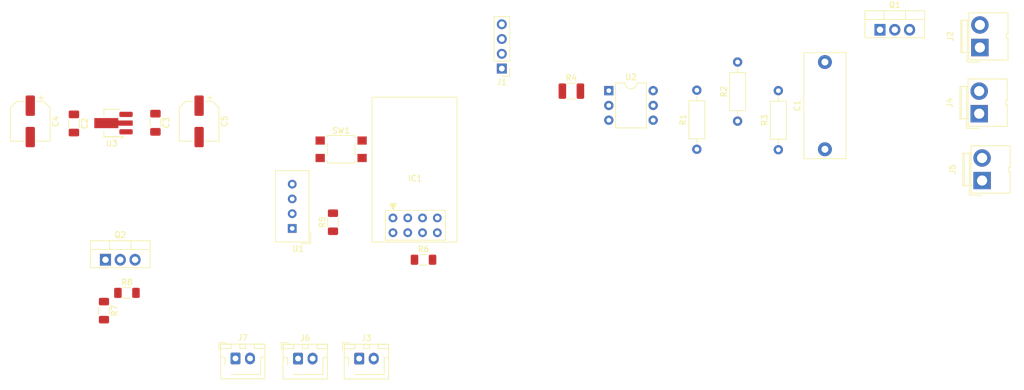
<source format=kicad_pcb>
(kicad_pcb (version 20240108) (generator "pcbnew") (generator_version "8.0")
  (layers (0 "F.Cu" signal) (31 "B.Cu" signal) (34 "B.Paste" user) (35 "F.Paste" user) (36 "B.SilkS" user "B.Silkscreen") (37 "F.SilkS" user "F.Silkscreen") (38 "B.Mask" user) (39 "F.Mask" user) (44 "Edge.Cuts" user))
  (net 0 "")
  (net 1 "Net-(Q1-G)")
  (net 2 "IO2")
  (net 4 "GND")
  (net 5 "+3.3V")
  (net 6 "Net-(IC1-EN)")
  (net 7 "IO0")
  (net 9 "Net-(R1-Pad2)")
  (net 10 "Net-(R4-Pad2)")
  (net 13 "Net-(C1-Pad1)")
  (net 14 "+12V")
  (net 15 "RX")
  (net 16 "tx")
  (net 17 "Net-(Q2-G)")
  (net 18 "coller")
  (net 19 "L")
  (net 20 "L1")
  (net 21 "N")
  (footprint "Package_DIP:DIP-6_W7.62mm" (layer "F.Cu") (at 245.88 94.42)
    (property "Reference" "U2" (at 3.81 -2.33 0) (layer "F.SilkS"))
    (property "Value" "MOC3063M")
    (fp_line (start 1.16 -1.33) (end 1.16 6.41) (stroke (width 0.12)) (layer "F.SilkS"))
    (fp_line (start 1.16 6.41) (end 6.46 6.41) (stroke (width 0.12)) (layer "F.SilkS"))
    (fp_line (start 2.81 -1.33) (end 1.16 -1.33) (stroke (width 0.12)) (layer "F.SilkS"))
    (fp_line (start 6.46 -1.33) (end 4.81 -1.33) (stroke (width 0.12)) (layer "F.SilkS"))
    (fp_line (start 6.46 6.41) (end 6.46 -1.33) (stroke (width 0.12)) (layer "F.SilkS"))
    (fp_arc (start 4.81 -1.33) (mid 3.81 -0.33) (end 2.81 -1.33) (stroke (width 0.12)) (layer "F.SilkS"))
    (pad "1" thru_hole rect (at 0 0) (size 1.6 1.6) (drill 0.8) (layers "*.Cu" "*.Mask") (net 10 "Net-(R4-Pad2)"))
    (pad "2" thru_hole oval (at 0 2.54) (size 1.6 1.6) (drill 0.8) (layers "*.Cu" "*.Mask") (net 7 "IO0"))
    (pad "3" thru_hole oval (at 0 5.08) (size 1.6 1.6) (drill 0.8) (layers "*.Cu" "*.Mask"))
    (pad "4" thru_hole oval (at 7.62 5.08) (size 1.6 1.6) (drill 0.8) (layers "*.Cu" "*.Mask") (net 1 "Net-(Q1-G)"))
    (pad "5" thru_hole oval (at 7.62 2.54) (size 1.6 1.6) (drill 0.8) (layers "*.Cu" "*.Mask"))
    (pad "6" thru_hole oval (at 7.62 0) (size 1.6 1.6) (drill 0.8) (layers "*.Cu" "*.Mask") (net 9 "Net-(R1-Pad2)"))
  )
  (footprint "Sensor:Aosong_DHT11_5.5x12.0_P2.54mm" (layer "F.Cu") (at 191.5 118.12 180)
    (property "Reference" "U1" (at -1 -3.5 0) (layer "F.SilkS"))
    (property "Value" "DHT11")
    (fp_line (start 2.88 9.94) (end -2.88 9.94) (stroke (width 0.12)) (layer "F.SilkS"))
    (fp_line (start 2.88 -2.32) (end 2.88 9.94) (stroke (width 0.12)) (layer "F.SilkS"))
    (fp_line (start -2.87 -2.32) (end 2.87 -2.32) (stroke (width 0.12)) (layer "F.SilkS"))
    (fp_line (start -2.88 9.94) (end -2.88 -2.31) (stroke (width 0.12)) (layer "F.SilkS"))
    (fp_line (start -3.16 -2.6) (end -1.55 -2.6) (stroke (width 0.12)) (layer "F.SilkS"))
    (fp_line (start -3.16 -2.6) (end -3.16 -0.6) (stroke (width 0.12)) (layer "F.SilkS"))
    (pad "1" thru_hole rect (at 0 0 180) (size 1.5 1.5) (drill 0.8) (layers "*.Cu" "*.Mask") (net 5 "+3.3V"))
    (pad "2" thru_hole circle (at 0 2.54 180) (size 1.5 1.5) (drill 0.8) (layers "*.Cu" "*.Mask") (net 2 "IO2"))
    (pad "3" thru_hole circle (at 0 5.08 180) (size 1.5 1.5) (drill 0.8) (layers "*.Cu" "*.Mask"))
    (pad "4" thru_hole circle (at 0 7.62 180) (size 1.5 1.5) (drill 0.8) (layers "*.Cu" "*.Mask") (net 4 "GND"))
  )
  (footprint "Capacitor_SMD:CP_Elec_6.3x7.7" (layer "F.Cu") (at 146.5 99.7 -90)
    (property "Reference" "C4" (at 0 -4.35 90) (layer "F.SilkS"))
    (property "Value" "10u")
    (fp_line (start -2.345563 3.41) (end 3.41 3.41) (stroke (width 0.12)) (layer "F.SilkS"))
    (fp_line (start 3.41 3.41) (end 3.41 1.06) (stroke (width 0.12)) (layer "F.SilkS"))
    (fp_line (start -3.41 2.345563) (end -2.345563 3.41) (stroke (width 0.12)) (layer "F.SilkS"))
    (fp_line (start -3.41 2.345563) (end -3.41 1.06) (stroke (width 0.12)) (layer "F.SilkS"))
    (fp_line (start -4.4375 -1.8475) (end -3.65 -1.8475) (stroke (width 0.12)) (layer "F.SilkS"))
    (fp_line (start -4.04375 -2.24125) (end -4.04375 -1.45375) (stroke (width 0.12)) (layer "F.SilkS"))
    (fp_line (start -3.41 -2.345563) (end -3.41 -1.06) (stroke (width 0.12)) (layer "F.SilkS"))
    (fp_line (start -3.41 -2.345563) (end -2.345563 -3.41) (stroke (width 0.12)) (layer "F.SilkS"))
    (fp_line (start -2.345563 -3.41) (end 3.41 -3.41) (stroke (width 0.12)) (layer "F.SilkS"))
    (fp_line (start 3.41 -3.41) (end 3.41 -1.06) (stroke (width 0.12)) (layer "F.SilkS"))
    (pad "1" smd roundrect (at -2.7 0 270) (size 3.5 1.6) (layers "F.Cu" "F.Paste" "F.Mask") (roundrect_rratio 0.15625) (net 14 "+12V"))
    (pad "2" smd roundrect (at 2.7 0 270) (size 3.5 1.6) (layers "F.Cu" "F.Paste" "F.Mask") (roundrect_rratio 0.15625) (net 4 "GND"))
  )
  (footprint "Capacitor_THT:C_Rect_L18.0mm_W7.0mm_P15.00mm_FKS3_FKP3" (layer "F.Cu") (at 283 104.5 90)
    (property "Reference" "C1" (at 7.5 -4.75 90) (layer "F.SilkS"))
    (property "Value" "0.01")
    (fp_line (start 16.62 -3.62) (end 16.62 3.62) (stroke (width 0.12)) (layer "F.SilkS"))
    (fp_line (start -1.62 -3.62) (end 16.62 -3.62) (stroke (width 0.12)) (layer "F.SilkS"))
    (fp_line (start -1.62 -3.62) (end -1.62 3.62) (stroke (width 0.12)) (layer "F.SilkS"))
    (fp_line (start -1.62 3.62) (end 16.62 3.62) (stroke (width 0.12)) (layer "F.SilkS"))
    (pad "1" thru_hole circle (at 0 0 90) (size 2.4 2.4) (drill 1.2) (layers "*.Cu" "*.Mask") (net 13 "Net-(C1-Pad1)"))
    (pad "2" thru_hole circle (at 15 0 90) (size 2.4 2.4) (drill 1.2) (layers "*.Cu" "*.Mask") (net 20 "L1"))
  )
  (footprint "Resistor_SMD:R_1206_3216Metric_Pad1.30x1.75mm_HandSolder" (layer "F.Cu") (at 159.1575 132.25 -90)
    (property "Reference" "R7" (at 0 -1.82 90) (layer "F.SilkS"))
    (property "Value" "100R")
    (fp_line (start -0.727064 0.91) (end 0.727064 0.91) (stroke (width 0.12)) (layer "F.SilkS"))
    (fp_line (start -0.727064 -0.91) (end 0.727064 -0.91) (stroke (width 0.12)) (layer "F.SilkS"))
    (pad "1" smd roundrect (at -1.55 0 270) (size 1.3 1.75) (layers "F.Cu" "F.Paste" "F.Mask") (roundrect_rratio 0.192308) (net 17 "Net-(Q2-G)"))
    (pad "2" smd roundrect (at 1.55 0 270) (size 1.3 1.75) (layers "F.Cu" "F.Paste" "F.Mask") (roundrect_rratio 0.192308) (net 16 "tx"))
  )
  (footprint "Connector:JWT_A3963_1x02_P3.96mm_Vertical" (layer "F.Cu") (at 310 109.88 90)
    (property "Reference" "J5" (at 1.91 -5.08 90) (layer "F.SilkS"))
    (property "Value" "AC-12")
    (fp_line (start -0.89 -3.3) (end 4.7 -3.3) (stroke (width 0.12)) (layer "F.SilkS"))
    (fp_line (start -0.89 -3.05) (end 4.7 -3.05) (stroke (width 0.12)) (layer "F.SilkS"))
    (fp_line (start -1.2 -2.2) (end -2.5 -2.2) (stroke (width 0.12)) (layer "F.SilkS"))
    (fp_line (start -2.5 -2.2) (end -2.5 0) (stroke (width 0.12)) (layer "F.SilkS"))
    (fp_line (start -0.89 -2.16) (end 4.7 -2.16) (stroke (width 0.12)) (layer "F.SilkS"))
    (fp_line (start 5.97 -1.91) (end 5.97 0) (stroke (width 0.12)) (layer "F.SilkS"))
    (fp_line (start 4.7 -1.91) (end 4.7 -3.3) (stroke (width 0.12)) (layer "F.SilkS"))
    (fp_line (start -0.89 -1.91) (end -0.89 -3.3) (stroke (width 0.12)) (layer "F.SilkS"))
    (fp_line (start -2.16 -1.91) (end 5.97 -1.91) (stroke (width 0.12)) (layer "F.SilkS"))
    (fp_line (start -2.16 -1.91) (end -2.16 0) (stroke (width 0.12)) (layer "F.SilkS"))
    (fp_line (start -2.16 0) (end -2.16 4.83) (stroke (width 0.12)) (layer "F.SilkS"))
    (fp_line (start 2.29 4.57) (end 2.29 4.83) (stroke (width 0.12)) (layer "F.SilkS"))
    (fp_line (start 1.52 4.57) (end 2.29 4.57) (stroke (width 0.12)) (layer "F.SilkS"))
    (fp_line (start 5.97 4.83) (end 5.97 0) (stroke (width 0.12)) (layer "F.SilkS"))
    (fp_line (start 2.29 4.83) (end 5.97 4.83) (stroke (width 0.12)) (layer "F.SilkS"))
    (fp_line (start 1.52 4.83) (end 1.52 4.57) (stroke (width 0.12)) (layer "F.SilkS"))
    (fp_line (start 1.52 4.83) (end -2.16 4.83) (stroke (width 0.12)) (layer "F.SilkS"))
    (pad "1" thru_hole rect (at 0 0 90) (size 3 3) (drill 1.75) (layers "*.Cu" "*.Mask") (net 21 "N"))
    (pad "2" thru_hole circle (at 3.88 0 90) (size 3 3) (drill 1.75) (layers "*.Cu" "*.Mask") (net 19 "L"))
  )
  (footprint "Connector_PinHeader_2.54mm:PinHeader_1x04_P2.54mm_Vertical" (layer "F.Cu") (at 227.5 90.62 180)
    (property "Reference" "J1" (at 0 -2.33 0) (layer "F.SilkS"))
    (property "Value" "Conn_01x04_Pin")
    (fp_line (start 1.33 1.27) (end 1.33 8.95) (stroke (width 0.12)) (layer "F.SilkS"))
    (fp_line (start -1.33 8.95) (end 1.33 8.95) (stroke (width 0.12)) (layer "F.SilkS"))
    (fp_line (start -1.33 1.27) (end 1.33 1.27) (stroke (width 0.12)) (layer "F.SilkS"))
    (fp_line (start -1.33 1.27) (end -1.33 8.95) (stroke (width 0.12)) (layer "F.SilkS"))
    (fp_line (start -1.33 0) (end -1.33 -1.33) (stroke (width 0.12)) (layer "F.SilkS"))
    (fp_line (start -1.33 -1.33) (end 0 -1.33) (stroke (width 0.12)) (layer "F.SilkS"))
    (pad "1" thru_hole rect (at 0 0 180) (size 1.7 1.7) (drill 1) (layers "*.Cu" "*.Mask") (net 5 "+3.3V"))
    (pad "2" thru_hole oval (at 0 2.54 180) (size 1.7 1.7) (drill 1) (layers "*.Cu" "*.Mask") (net 16 "tx"))
    (pad "3" thru_hole oval (at 0 5.08 180) (size 1.7 1.7) (drill 1) (layers "*.Cu" "*.Mask") (net 15 "RX"))
    (pad "4" thru_hole oval (at 0 7.62 180) (size 1.7 1.7) (drill 1) (layers "*.Cu" "*.Mask") (net 4 "GND"))
  )
  (footprint "Resistor_THT:R_Axial_DIN0207_L6.3mm_D2.5mm_P10.16mm_Horizontal" (layer "F.Cu") (at 261 104.5 90)
    (property "Reference" "R1" (at 5.08 -2.37 90) (layer "F.SilkS"))
    (property "Value" "380R")
    (fp_line (start 8.35 -1.37) (end 1.81 -1.37) (stroke (width 0.12)) (layer "F.SilkS"))
    (fp_line (start 1.81 -1.37) (end 1.81 1.37) (stroke (width 0.12)) (layer "F.SilkS"))
    (fp_line (start 9.12 0) (end 8.35 0) (stroke (width 0.12)) (layer "F.SilkS"))
    (fp_line (start 1.04 0) (end 1.81 0) (stroke (width 0.12)) (layer "F.SilkS"))
    (fp_line (start 8.35 1.37) (end 8.35 -1.37) (stroke (width 0.12)) (layer "F.SilkS"))
    (fp_line (start 1.81 1.37) (end 8.35 1.37) (stroke (width 0.12)) (layer "F.SilkS"))
    (pad "1" thru_hole circle (at 0 0 90) (size 1.6 1.6) (drill 0.8) (layers "*.Cu" "*.Mask") (net 19 "L"))
    (pad "2" thru_hole oval (at 10.16 0 90) (size 1.6 1.6) (drill 0.8) (layers "*.Cu" "*.Mask") (net 9 "Net-(R1-Pad2)"))
  )
  (footprint "Capacitor_SMD:C_1206_3216Metric_Pad1.33x1.80mm_HandSolder" (layer "F.Cu") (at 154 100.0625 -90)
    (property "Reference" "C2" (at 0 -1.85 90) (layer "F.SilkS"))
    (property "Value" "0.01")
    (fp_line (start -0.711252 0.91) (end 0.711252 0.91) (stroke (width 0.12)) (layer "F.SilkS"))
    (fp_line (start -0.711252 -0.91) (end 0.711252 -0.91) (stroke (width 0.12)) (layer "F.SilkS"))
    (pad "1" smd roundrect (at -1.5625 0 270) (size 1.325 1.8) (layers "F.Cu" "F.Paste" "F.Mask") (roundrect_rratio 0.188679) (net 14 "+12V"))
    (pad "2" smd roundrect (at 1.5625 0 270) (size 1.325 1.8) (layers "F.Cu" "F.Paste" "F.Mask") (roundrect_rratio 0.188679) (net 4 "GND"))
  )
  (footprint "Resistor_SMD:R_1210_3225Metric_Pad1.30x2.65mm_HandSolder" (layer "F.Cu") (at 239.45 94.5)
    (property "Reference" "R4" (at 0 -2.28 0) (layer "F.SilkS"))
    (property "Value" "330R")
    (fp_line (start -0.723737 -1.355) (end 0.723737 -1.355) (stroke (width 0.12)) (layer "F.SilkS"))
    (fp_line (start -0.723737 1.355) (end 0.723737 1.355) (stroke (width 0.12)) (layer "F.SilkS"))
    (pad "1" smd roundrect (at -1.55 0) (size 1.3 2.65) (layers "F.Cu" "F.Paste" "F.Mask") (roundrect_rratio 0.192308) (net 5 "+3.3V"))
    (pad "2" smd roundrect (at 1.55 0) (size 1.3 2.65) (layers "F.Cu" "F.Paste" "F.Mask") (roundrect_rratio 0.192308) (net 10 "Net-(R4-Pad2)"))
  )
  (footprint "Connector_JST:JST_XH_B2B-XH-AM_1x02_P2.50mm_Vertical" (layer "F.Cu") (at 203 140.5)
    (property "Reference" "J3" (at 1.25 -3.55 0) (layer "F.SilkS"))
    (property "Value" "+12 IN")
    (fp_line (start -2.85 -2.75) (end -2.85 -1.5) (stroke (width 0.12)) (layer "F.SilkS"))
    (fp_line (start -2.56 -2.46) (end -2.56 3.51) (stroke (width 0.12)) (layer "F.SilkS"))
    (fp_line (start -2.56 3.51) (end 5.06 3.51) (stroke (width 0.12)) (layer "F.SilkS"))
    (fp_line (start -2.55 -2.45) (end -2.55 -1.7) (stroke (width 0.12)) (layer "F.SilkS"))
    (fp_line (start -2.55 -1.7) (end -0.75 -1.7) (stroke (width 0.12)) (layer "F.SilkS"))
    (fp_line (start -2.55 -0.2) (end -1.8 -0.2) (stroke (width 0.12)) (layer "F.SilkS"))
    (fp_line (start -1.8 -0.2) (end -1.8 1.14) (stroke (width 0.12)) (layer "F.SilkS"))
    (fp_line (start -1.6 -2.75) (end -2.85 -2.75) (stroke (width 0.12)) (layer "F.SilkS"))
    (fp_line (start -0.75 -2.45) (end -2.55 -2.45) (stroke (width 0.12)) (layer "F.SilkS"))
    (fp_line (start -0.75 -1.7) (end -0.75 -2.45) (stroke (width 0.12)) (layer "F.SilkS"))
    (fp_line (start 0.75 -2.45) (end 0.75 -1.7) (stroke (width 0.12)) (layer "F.SilkS"))
    (fp_line (start 0.75 -1.7) (end 1.75 -1.7) (stroke (width 0.12)) (layer "F.SilkS"))
    (fp_line (start 1.25 2.75) (end -0.74 2.75) (stroke (width 0.12)) (layer "F.SilkS"))
    (fp_line (start 1.75 -2.45) (end 0.75 -2.45) (stroke (width 0.12)) (layer "F.SilkS"))
    (fp_line (start 1.75 -1.7) (end 1.75 -2.45) (stroke (width 0.12)) (layer "F.SilkS"))
    (fp_line (start 3.25 -2.45) (end 3.25 -1.7) (stroke (width 0.12)) (layer "F.SilkS"))
    (fp_line (start 3.25 -1.7) (end 5.05 -1.7) (stroke (width 0.12)) (layer "F.SilkS"))
    (fp_line (start 4.3 -0.2) (end 4.3 2.75) (stroke (width 0.12)) (layer "F.SilkS"))
    (fp_line (start 4.3 2.75) (end 1.25 2.75) (stroke (width 0.12)) (layer "F.SilkS"))
    (fp_line (start 5.05 -2.45) (end 3.25 -2.45) (stroke (width 0.12)) (layer "F.SilkS"))
    (fp_line (start 5.05 -1.7) (end 5.05 -2.45) (stroke (width 0.12)) (layer "F.SilkS"))
    (fp_line (start 5.05 -0.2) (end 4.3 -0.2) (stroke (width 0.12)) (layer "F.SilkS"))
    (fp_line (start 5.06 -2.46) (end -2.56 -2.46) (stroke (width 0.12)) (layer "F.SilkS"))
    (fp_line (start 5.06 3.51) (end 5.06 -2.46) (stroke (width 0.12)) (layer "F.SilkS"))
    (pad "" np_thru_hole circle (at -1.6 2) (size 1.2 1.2) (drill 1.2) (layers "*.Cu" "*.Mask"))
    (pad "1" thru_hole roundrect (at 0 0) (size 1.7 2) (drill 1) (layers "*.Cu" "*.Mask") (roundrect_rratio 0.147059) (net 14 "+12V"))
    (pad "2" thru_hole oval (at 2.5 0) (size 1.7 2) (drill 1) (layers "*.Cu" "*.Mask") (net 4 "GND"))
  )
  (footprint "Connector_JST:JST_XH_B2B-XH-AM_1x02_P2.50mm_Vertical" (layer "F.Cu") (at 192.5 140.5)
    (property "Reference" "J6" (at 1.25 -3.55 0) (layer "F.SilkS"))
    (property "Value" "Coller")
    (fp_line (start -2.85 -2.75) (end -2.85 -1.5) (stroke (width 0.12)) (layer "F.SilkS"))
    (fp_line (start -2.56 -2.46) (end -2.56 3.51) (stroke (width 0.12)) (layer "F.SilkS"))
    (fp_line (start -2.56 3.51) (end 5.06 3.51) (stroke (width 0.12)) (layer "F.SilkS"))
    (fp_line (start -2.55 -2.45) (end -2.55 -1.7) (stroke (width 0.12)) (layer "F.SilkS"))
    (fp_line (start -2.55 -1.7) (end -0.75 -1.7) (stroke (width 0.12)) (layer "F.SilkS"))
    (fp_line (start -2.55 -0.2) (end -1.8 -0.2) (stroke (width 0.12)) (layer "F.SilkS"))
    (fp_line (start -1.8 -0.2) (end -1.8 1.14) (stroke (width 0.12)) (layer "F.SilkS"))
    (fp_line (start -1.6 -2.75) (end -2.85 -2.75) (stroke (width 0.12)) (layer "F.SilkS"))
    (fp_line (start -0.75 -2.45) (end -2.55 -2.45) (stroke (width 0.12)) (layer "F.SilkS"))
    (fp_line (start -0.75 -1.7) (end -0.75 -2.45) (stroke (width 0.12)) (layer "F.SilkS"))
    (fp_line (start 0.75 -2.45) (end 0.75 -1.7) (stroke (width 0.12)) (layer "F.SilkS"))
    (fp_line (start 0.75 -1.7) (end 1.75 -1.7) (stroke (width 0.12)) (layer "F.SilkS"))
    (fp_line (start 1.25 2.75) (end -0.74 2.75) (stroke (width 0.12)) (layer "F.SilkS"))
    (fp_line (start 1.75 -2.45) (end 0.75 -2.45) (stroke (width 0.12)) (layer "F.SilkS"))
    (fp_line (start 1.75 -1.7) (end 1.75 -2.45) (stroke (width 0.12)) (layer "F.SilkS"))
    (fp_line (start 3.25 -2.45) (end 3.25 -1.7) (stroke (width 0.12)) (layer "F.SilkS"))
    (fp_line (start 3.25 -1.7) (end 5.05 -1.7) (stroke (width 0.12)) (layer "F.SilkS"))
    (fp_line (start 4.3 -0.2) (end 4.3 2.75) (stroke (width 0.12)) (layer "F.SilkS"))
    (fp_line (start 4.3 2.75) (end 1.25 2.75) (stroke (width 0.12)) (layer "F.SilkS"))
    (fp_line (start 5.05 -2.45) (end 3.25 -2.45) (stroke (width 0.12)) (layer "F.SilkS"))
    (fp_line (start 5.05 -1.7) (end 5.05 -2.45) (stroke (width 0.12)) (layer "F.SilkS"))
    (fp_line (start 5.05 -0.2) (end 4.3 -0.2) (stroke (width 0.12)) (layer "F.SilkS"))
    (fp_line (start 5.06 -2.46) (end -2.56 -2.46) (stroke (width 0.12)) (layer "F.SilkS"))
    (fp_line (start 5.06 3.51) (end 5.06 -2.46) (stroke (width 0.12)) (layer "F.SilkS"))
    (pad "" np_thru_hole circle (at -1.6 2) (size 1.2 1.2) (drill 1.2) (layers "*.Cu" "*.Mask"))
    (pad "1" thru_hole roundrect (at 0 0) (size 1.7 2) (drill 1) (layers "*.Cu" "*.Mask") (roundrect_rratio 0.147059) (net 14 "+12V"))
    (pad "2" thru_hole oval (at 2.5 0) (size 1.7 2) (drill 1) (layers "*.Cu" "*.Mask") (net 18 "coller"))
  )
  (footprint "Capacitor_SMD:C_1206_3216Metric_Pad1.33x1.80mm_HandSolder" (layer "F.Cu") (at 168 99.9375 -90)
    (property "Reference" "C3" (at 0 -1.85 90) (layer "F.SilkS"))
    (property "Value" "0.01")
    (fp_line (start -0.711252 0.91) (end 0.711252 0.91) (stroke (width 0.12)) (layer "F.SilkS"))
    (fp_line (start -0.711252 -0.91) (end 0.711252 -0.91) (stroke (width 0.12)) (layer "F.SilkS"))
    (pad "1" smd roundrect (at -1.5625 0 270) (size 1.325 1.8) (layers "F.Cu" "F.Paste" "F.Mask") (roundrect_rratio 0.188679) (net 5 "+3.3V"))
    (pad "2" smd roundrect (at 1.5625 0 270) (size 1.325 1.8) (layers "F.Cu" "F.Paste" "F.Mask") (roundrect_rratio 0.188679) (net 4 "GND"))
  )
  (footprint "Connector:JWT_A3963_1x02_P3.96mm_Vertical" (layer "F.Cu") (at 309.5 98.38 90)
    (property "Reference" "J4" (at 1.91 -5.08 90) (layer "F.SilkS"))
    (property "Value" "Load")
    (fp_line (start -0.89 -3.3) (end 4.7 -3.3) (stroke (width 0.12)) (layer "F.SilkS"))
    (fp_line (start -0.89 -3.05) (end 4.7 -3.05) (stroke (width 0.12)) (layer "F.SilkS"))
    (fp_line (start -1.2 -2.2) (end -2.5 -2.2) (stroke (width 0.12)) (layer "F.SilkS"))
    (fp_line (start -2.5 -2.2) (end -2.5 0) (stroke (width 0.12)) (layer "F.SilkS"))
    (fp_line (start -0.89 -2.16) (end 4.7 -2.16) (stroke (width 0.12)) (layer "F.SilkS"))
    (fp_line (start 5.97 -1.91) (end 5.97 0) (stroke (width 0.12)) (layer "F.SilkS"))
    (fp_line (start 4.7 -1.91) (end 4.7 -3.3) (stroke (width 0.12)) (layer "F.SilkS"))
    (fp_line (start -0.89 -1.91) (end -0.89 -3.3) (stroke (width 0.12)) (layer "F.SilkS"))
    (fp_line (start -2.16 -1.91) (end 5.97 -1.91) (stroke (width 0.12)) (layer "F.SilkS"))
    (fp_line (start -2.16 -1.91) (end -2.16 0) (stroke (width 0.12)) (layer "F.SilkS"))
    (fp_line (start -2.16 0) (end -2.16 4.83) (stroke (width 0.12)) (layer "F.SilkS"))
    (fp_line (start 2.29 4.57) (end 2.29 4.83) (stroke (width 0.12)) (layer "F.SilkS"))
    (fp_line (start 1.52 4.57) (end 2.29 4.57) (stroke (width 0.12)) (layer "F.SilkS"))
    (fp_line (start 5.97 4.83) (end 5.97 0) (stroke (width 0.12)) (layer "F.SilkS"))
    (fp_line (start 2.29 4.83) (end 5.97 4.83) (stroke (width 0.12)) (layer "F.SilkS"))
    (fp_line (start 1.52 4.83) (end 1.52 4.57) (stroke (width 0.12)) (layer "F.SilkS"))
    (fp_line (start 1.52 4.83) (end -2.16 4.83) (stroke (width 0.12)) (layer "F.SilkS"))
    (pad "1" thru_hole rect (at 0 0 90) (size 3 3) (drill 1.75) (layers "*.Cu" "*.Mask") (net 21 "N"))
    (pad "2" thru_hole circle (at 3.88 0 90) (size 3 3) (drill 1.75) (layers "*.Cu" "*.Mask") (net 20 "L1"))
  )
  (footprint "RF_Module:ESP-01" (layer "F.Cu") (at 208.8 116.31)
    (property "Reference" "IC1" (at 3.8 -6.8 0) (layer "F.SilkS"))
    (property "Value" "ESP-01")
    (fp_rect (start -3.61 -20.77) (end 11.01 4.15) (stroke (width 0.12)) (fill none) (layer "F.SilkS"))
    (fp_rect (start -1.3 -1.3) (end 9.02 3.84) (stroke (width 0.12)) (fill none) (layer "F.SilkS"))
    (fp_poly (pts (xy -0.480921 -2.449755) (xy 0.519079 -2.449755) (xy 0.019079 -1.449755)) (stroke (width 0.12)) (fill solid) (layer "F.SilkS"))
    (pad "1" thru_hole circle (at 0 0) (size 1.5 1.5) (drill 0.8) (layers "*.Cu" "*.Mask") (net 4 "GND"))
    (pad "2" thru_hole circle (at 2.54 0) (size 1.5 1.5) (drill 0.8) (layers "*.Cu" "*.Mask") (net 2 "IO2"))
    (pad "3" thru_hole circle (at 5.08 0) (size 1.5 1.5) (drill 0.8) (layers "*.Cu" "*.Mask") (net 7 "IO0"))
    (pad "4" thru_hole circle (at 7.62 0) (size 1.5 1.5) (drill 0.8) (layers "*.Cu" "*.Mask") (net 15 "RX"))
    (pad "5" thru_hole circle (at 0 2.54) (size 1.5 1.5) (drill 0.8) (layers "*.Cu" "*.Mask") (net 16 "tx"))
    (pad "6" thru_hole circle (at 2.54 2.54) (size 1.5 1.5) (drill 0.8) (layers "*.Cu" "*.Mask") (net 6 "Net-(IC1-EN)"))
    (pad "7" thru_hole circle (at 5.08 2.54) (size 1.5 1.5) (drill 0.8) (layers "*.Cu" "*.Mask"))
    (pad "8" thru_hole circle (at 7.62 2.54) (size 1.5 1.5) (drill 0.8) (layers "*.Cu" "*.Mask") (net 5 "+3.3V"))
  )
  (footprint "Resistor_THT:R_Axial_DIN0207_L6.3mm_D2.5mm_P10.16mm_Horizontal" (layer "F.Cu") (at 275 104.58 90)
    (property "Reference" "R3" (at 5.08 -2.37 90) (layer "F.SilkS"))
    (property "Value" "39R")
    (fp_line (start 8.35 -1.37) (end 1.81 -1.37) (stroke (width 0.12)) (layer "F.SilkS"))
    (fp_line (start 1.81 -1.37) (end 1.81 1.37) (stroke (width 0.12)) (layer "F.SilkS"))
    (fp_line (start 9.12 0) (end 8.35 0) (stroke (width 0.12)) (layer "F.SilkS"))
    (fp_line (start 1.04 0) (end 1.81 0) (stroke (width 0.12)) (layer "F.SilkS"))
    (fp_line (start 8.35 1.37) (end 8.35 -1.37) (stroke (width 0.12)) (layer "F.SilkS"))
    (fp_line (start 1.81 1.37) (end 8.35 1.37) (stroke (width 0.12)) (layer "F.SilkS"))
    (pad "1" thru_hole circle (at 0 0 90) (size 1.6 1.6) (drill 0.8) (layers "*.Cu" "*.Mask") (net 19 "L"))
    (pad "2" thru_hole oval (at 10.16 0 90) (size 1.6 1.6) (drill 0.8) (layers "*.Cu" "*.Mask") (net 13 "Net-(C1-Pad1)"))
  )
  (footprint "Resistor_THT:R_Axial_DIN0207_L6.3mm_D2.5mm_P10.16mm_Horizontal" (layer "F.Cu") (at 268 99.66 90)
    (property "Reference" "R2" (at 5.08 -2.37 90) (layer "F.SilkS"))
    (property "Value" "330R")
    (fp_line (start 8.35 -1.37) (end 1.81 -1.37) (stroke (width 0.12)) (layer "F.SilkS"))
    (fp_line (start 1.81 -1.37) (end 1.81 1.37) (stroke (width 0.12)) (layer "F.SilkS"))
    (fp_line (start 9.12 0) (end 8.35 0) (stroke (width 0.12)) (layer "F.SilkS"))
    (fp_line (start 1.04 0) (end 1.81 0) (stroke (width 0.12)) (layer "F.SilkS"))
    (fp_line (start 8.35 1.37) (end 8.35 -1.37) (stroke (width 0.12)) (layer "F.SilkS"))
    (fp_line (start 1.81 1.37) (end 8.35 1.37) (stroke (width 0.12)) (layer "F.SilkS"))
    (pad "1" thru_hole circle (at 0 0 90) (size 1.6 1.6) (drill 0.8) (layers "*.Cu" "*.Mask") (net 1 "Net-(Q1-G)"))
    (pad "2" thru_hole oval (at 10.16 0 90) (size 1.6 1.6) (drill 0.8) (layers "*.Cu" "*.Mask") (net 20 "L1"))
  )
  (footprint "Package_TO_SOT_THT:TO-220-3_Vertical" (layer "F.Cu") (at 159.42 123.5)
    (property "Reference" "Q2" (at 2.54 -4.27 0) (layer "F.SilkS"))
    (property "Value" "IRF3205")
    (fp_line (start -2.58 -3.27) (end -2.58 1.371) (stroke (width 0.12)) (layer "F.SilkS"))
    (fp_line (start -2.58 -3.27) (end 7.66 -3.27) (stroke (width 0.12)) (layer "F.SilkS"))
    (fp_line (start -2.58 -1.76) (end 7.66 -1.76) (stroke (width 0.12)) (layer "F.SilkS"))
    (fp_line (start -2.58 1.371) (end 7.66 1.371) (stroke (width 0.12)) (layer "F.SilkS"))
    (fp_line (start 0.69 -3.27) (end 0.69 -1.76) (stroke (width 0.12)) (layer "F.SilkS"))
    (fp_line (start 4.391 -3.27) (end 4.391 -1.76) (stroke (width 0.12)) (layer "F.SilkS"))
    (fp_line (start 7.66 -3.27) (end 7.66 1.371) (stroke (width 0.12)) (layer "F.SilkS"))
    (pad "1" thru_hole rect (at 0 0) (size 1.905 2) (drill 1.1) (layers "*.Cu" "*.Mask") (net 17 "Net-(Q2-G)"))
    (pad "2" thru_hole oval (at 2.54 0) (size 1.905 2) (drill 1.1) (layers "*.Cu" "*.Mask") (net 18 "coller"))
    (pad "3" thru_hole oval (at 5.08 0) (size 1.905 2) (drill 1.1) (layers "*.Cu" "*.Mask") (net 4 "GND"))
  )
  (footprint "Package_TO_SOT_THT:TO-220-3_Vertical" (layer "F.Cu") (at 292.46 83.945)
    (property "Reference" "Q1" (at 2.54 -4.27 360) (layer "F.SilkS"))
    (property "Value" "BTA16-600B")
    (fp_line (start -2.58 -3.27) (end -2.58 1.371) (stroke (width 0.12)) (layer "F.SilkS"))
    (fp_line (start -2.58 -3.27) (end 7.66 -3.27) (stroke (width 0.12)) (layer "F.SilkS"))
    (fp_line (start -2.58 -1.76) (end 7.66 -1.76) (stroke (width 0.12)) (layer "F.SilkS"))
    (fp_line (start -2.58 1.371) (end 7.66 1.371) (stroke (width 0.12)) (layer "F.SilkS"))
    (fp_line (start 0.69 -3.27) (end 0.69 -1.76) (stroke (width 0.12)) (layer "F.SilkS"))
    (fp_line (start 4.391 -3.27) (end 4.391 -1.76) (stroke (width 0.12)) (layer "F.SilkS"))
    (fp_line (start 7.66 -3.27) (end 7.66 1.371) (stroke (width 0.12)) (layer "F.SilkS"))
    (pad "1" thru_hole rect (at 0 0) (size 1.905 2) (drill 1.1) (layers "*.Cu" "*.Mask") (net 20 "L1"))
    (pad "2" thru_hole oval (at 2.54 0) (size 1.905 2) (drill 1.1) (layers "*.Cu" "*.Mask") (net 19 "L"))
    (pad "3" thru_hole oval (at 5.08 0) (size 1.905 2) (drill 1.1) (layers "*.Cu" "*.Mask") (net 1 "Net-(Q1-G)"))
  )
  (footprint "Resistor_SMD:R_1206_3216Metric_Pad1.30x1.75mm_HandSolder" (layer "F.Cu") (at 198.5 117.05 90)
    (property "Reference" "R5" (at 0 -1.82 90) (layer "F.SilkS"))
    (property "Value" "5.1k")
    (fp_line (start -0.727064 -0.91) (end 0.727064 -0.91) (stroke (width 0.12)) (layer "F.SilkS"))
    (fp_line (start -0.727064 0.91) (end 0.727064 0.91) (stroke (width 0.12)) (layer "F.SilkS"))
    (pad "1" smd roundrect (at -1.55 0 90) (size 1.3 1.75) (layers "F.Cu" "F.Paste" "F.Mask") (roundrect_rratio 0.192308) (net 5 "+3.3V"))
    (pad "2" smd roundrect (at 1.55 0 90) (size 1.3 1.75) (layers "F.Cu" "F.Paste" "F.Mask") (roundrect_rratio 0.192308) (net 2 "IO2"))
  )
  (footprint "Connector_JST:JST_XH_B2B-XH-AM_1x02_P2.50mm_Vertical" (layer "F.Cu") (at 181.75 140.475)
    (property "Reference" "J7" (at 1.25 -3.55 0) (layer "F.SilkS"))
    (property "Value" "Coller")
    (fp_line (start -2.85 -2.75) (end -2.85 -1.5) (stroke (width 0.12)) (layer "F.SilkS"))
    (fp_line (start -2.56 -2.46) (end -2.56 3.51) (stroke (width 0.12)) (layer "F.SilkS"))
    (fp_line (start -2.56 3.51) (end 5.06 3.51) (stroke (width 0.12)) (layer "F.SilkS"))
    (fp_line (start -2.55 -2.45) (end -2.55 -1.7) (stroke (width 0.12)) (layer "F.SilkS"))
    (fp_line (start -2.55 -1.7) (end -0.75 -1.7) (stroke (width 0.12)) (layer "F.SilkS"))
    (fp_line (start -2.55 -0.2) (end -1.8 -0.2) (stroke (width 0.12)) (layer "F.SilkS"))
    (fp_line (start -1.8 -0.2) (end -1.8 1.14) (stroke (width 0.12)) (layer "F.SilkS"))
    (fp_line (start -1.6 -2.75) (end -2.85 -2.75) (stroke (width 0.12)) (layer "F.SilkS"))
    (fp_line (start -0.75 -2.45) (end -2.55 -2.45) (stroke (width 0.12)) (layer "F.SilkS"))
    (fp_line (start -0.75 -1.7) (end -0.75 -2.45) (stroke (width 0.12)) (layer "F.SilkS"))
    (fp_line (start 0.75 -2.45) (end 0.75 -1.7) (stroke (width 0.12)) (layer "F.SilkS"))
    (fp_line (start 0.75 -1.7) (end 1.75 -1.7) (stroke (width 0.12)) (layer "F.SilkS"))
    (fp_line (start 1.25 2.75) (end -0.74 2.75) (stroke (width 0.12)) (layer "F.SilkS"))
    (fp_line (start 1.75 -2.45) (end 0.75 -2.45) (stroke (width 0.12)) (layer "F.SilkS"))
    (fp_line (start 1.75 -1.7) (end 1.75 -2.45) (stroke (width 0.12)) (layer "F.SilkS"))
    (fp_line (start 3.25 -2.45) (end 3.25 -1.7) (stroke (width 0.12)) (layer "F.SilkS"))
    (fp_line (start 3.25 -1.7) (end 5.05 -1.7) (stroke (width 0.12)) (layer "F.SilkS"))
    (fp_line (start 4.3 -0.2) (end 4.3 2.75) (stroke (width 0.12)) (layer "F.SilkS"))
    (fp_line (start 4.3 2.75) (end 1.25 2.75) (stroke (width 0.12)) (layer "F.SilkS"))
    (fp_line (start 5.05 -2.45) (end 3.25 -2.45) (stroke (width 0.12)) (layer "F.SilkS"))
    (fp_line (start 5.05 -1.7) (end 5.05 -2.45) (stroke (width 0.12)) (layer "F.SilkS"))
    (fp_line (start 5.05 -0.2) (end 4.3 -0.2) (stroke (width 0.12)) (layer "F.SilkS"))
    (fp_line (start 5.06 -2.46) (end -2.56 -2.46) (stroke (width 0.12)) (layer "F.SilkS"))
    (fp_line (start 5.06 3.51) (end 5.06 -2.46) (stroke (width 0.12)) (layer "F.SilkS"))
    (pad "" np_thru_hole circle (at -1.6 2) (size 1.2 1.2) (drill 1.2) (layers "*.Cu" "*.Mask"))
    (pad "1" thru_hole roundrect (at 0 0) (size 1.7 2) (drill 1) (layers "*.Cu" "*.Mask") (roundrect_rratio 0.147059) (net 14 "+12V"))
    (pad "2" thru_hole oval (at 2.5 0) (size 1.7 2) (drill 1) (layers "*.Cu" "*.Mask") (net 18 "coller"))
  )
  (footprint "Capacitor_SMD:CP_Elec_6.3x7.7" (layer "F.Cu") (at 175.5 99.7 -90)
    (property "Reference" "C5" (at 0 -4.35 90) (layer "F.SilkS"))
    (property "Value" "470u")
    (fp_line (start -2.345563 3.41) (end 3.41 3.41) (stroke (width 0.12)) (layer "F.SilkS"))
    (fp_line (start 3.41 3.41) (end 3.41 1.06) (stroke (width 0.12)) (layer "F.SilkS"))
    (fp_line (start -3.41 2.345563) (end -2.345563 3.41) (stroke (width 0.12)) (layer "F.SilkS"))
    (fp_line (start -3.41 2.345563) (end -3.41 1.06) (stroke (width 0.12)) (layer "F.SilkS"))
    (fp_line (start -4.4375 -1.8475) (end -3.65 -1.8475) (stroke (width 0.12)) (layer "F.SilkS"))
    (fp_line (start -4.04375 -2.24125) (end -4.04375 -1.45375) (stroke (width 0.12)) (layer "F.SilkS"))
    (fp_line (start -3.41 -2.345563) (end -3.41 -1.06) (stroke (width 0.12)) (layer "F.SilkS"))
    (fp_line (start -3.41 -2.345563) (end -2.345563 -3.41) (stroke (width 0.12)) (layer "F.SilkS"))
    (fp_line (start -2.345563 -3.41) (end 3.41 -3.41) (stroke (width 0.12)) (layer "F.SilkS"))
    (fp_line (start 3.41 -3.41) (end 3.41 -1.06) (stroke (width 0.12)) (layer "F.SilkS"))
    (pad "1" smd roundrect (at -2.7 0 270) (size 3.5 1.6) (layers "F.Cu" "F.Paste" "F.Mask") (roundrect_rratio 0.15625) (net 5 "+3.3V"))
    (pad "2" smd roundrect (at 2.7 0 270) (size 3.5 1.6) (layers "F.Cu" "F.Paste" "F.Mask") (roundrect_rratio 0.15625) (net 4 "GND"))
  )
  (footprint "Package_TO_SOT_SMD:SOT-89-3_Handsoldering" (layer "F.Cu") (at 160.5 100 180)
    (property "Reference" "U3" (at 0 -3.5 0) (layer "F.SilkS"))
    (property "Value" "AMS1117-3.3")
    (fp_line (start 1.36 2.36) (end -1.36 2.36) (stroke (width 0.12)) (layer "F.SilkS"))
    (fp_line (start 1.36 1.38) (end 1.36 2.36) (stroke (width 0.12)) (layer "F.SilkS"))
    (fp_line (start 1.36 -1.38) (end 1.36 -2.36) (stroke (width 0.12)) (layer "F.SilkS"))
    (fp_line (start -1.22 -2.36) (end 1.36 -2.36) (stroke (width 0.12)) (layer "F.SilkS"))
    (fp_line (start -1.36 -2.36) (end 1.36 -2.36) (stroke (width 0.12)) (layer "F.SilkS"))
    (fp_poly (pts (xy -1.77 -2.21) (xy -2.01 -2.54) (xy -1.53 -2.54) (xy -1.77 -2.21)) (stroke (width 0.12)) (fill solid) (layer "F.SilkS"))
    (pad "1" smd roundrect (at -2.45 -1.5 180) (size 2.3 0.9) (layers "F.Cu" "F.Paste" "F.Mask") (net 4 "GND"))
    (pad "2" smd custom (at -2.3625 0 180) (size 2.475 0.9) (layers "F.Cu" "F.Paste" "F.Mask") (net 5 "+3.3V") (options (clearance outline) (anchor rect)) (primitives (gr_poly (pts (xy 5.3625 0.8665) (xy 1.2375 0.8665) (xy 1.2375 -0.8665) (xy 5.3625 -0.8665)) (width 0) (fill yes))))
    (pad "3" smd roundrect (at -2.45 1.5 180) (size 2.3 0.9) (layers "F.Cu" "F.Paste" "F.Mask") (net 14 "+12V"))
  )
  (footprint "Button_Switch_SMD:SW_SPST_TL3305A" (layer "F.Cu") (at 199.9 104.5)
    (property "Reference" "SW1" (at 0 -3.2 0) (layer "F.SilkS"))
    (property "Value" "Boot")
    (fp_line (start -2.37 -2.37) (end -2.37 -1.97) (stroke (width 0.12)) (layer "F.SilkS"))
    (fp_line (start -2.37 -2.37) (end 2.37 -2.37) (stroke (width 0.12)) (layer "F.SilkS"))
    (fp_line (start -2.37 1.03) (end -2.37 -1.03) (stroke (width 0.12)) (layer "F.SilkS"))
    (fp_line (start -2.37 2.37) (end -2.37 1.97) (stroke (width 0.12)) (layer "F.SilkS"))
    (fp_line (start -2.37 2.37) (end 2.37 2.37) (stroke (width 0.12)) (layer "F.SilkS"))
    (fp_line (start 2.37 -2.37) (end 2.37 -1.97) (stroke (width 0.12)) (layer "F.SilkS"))
    (fp_line (start 2.37 1.03) (end 2.37 -1.03) (stroke (width 0.12)) (layer "F.SilkS"))
    (fp_line (start 2.37 2.37) (end 2.37 1.97) (stroke (width 0.12)) (layer "F.SilkS"))
    (pad "1" smd rect (at -3.6 -1.5) (size 1.6 1.4) (layers "F.Cu" "F.Paste" "F.Mask") (net 4 "GND"))
    (pad "1" smd rect (at 3.6 -1.5) (size 1.6 1.4) (layers "F.Cu" "F.Paste" "F.Mask") (net 4 "GND"))
    (pad "2" smd rect (at -3.6 1.5) (size 1.6 1.4) (layers "F.Cu" "F.Paste" "F.Mask") (net 7 "IO0"))
    (pad "2" smd rect (at 3.6 1.5) (size 1.6 1.4) (layers "F.Cu" "F.Paste" "F.Mask") (net 7 "IO0"))
  )
  (footprint "Connector:JWT_A3963_1x02_P3.96mm_Vertical" (layer "F.Cu") (at 309.62 87 90)
    (property "Reference" "J2" (at 1.91 -5.08 90) (layer "F.SilkS"))
    (property "Value" "AC_IN")
    (fp_line (start -0.89 -3.3) (end 4.7 -3.3) (stroke (width 0.12)) (layer "F.SilkS"))
    (fp_line (start -0.89 -3.05) (end 4.7 -3.05) (stroke (width 0.12)) (layer "F.SilkS"))
    (fp_line (start -1.2 -2.2) (end -2.5 -2.2) (stroke (width 0.12)) (layer "F.SilkS"))
    (fp_line (start -2.5 -2.2) (end -2.5 0) (stroke (width 0.12)) (layer "F.SilkS"))
    (fp_line (start -0.89 -2.16) (end 4.7 -2.16) (stroke (width 0.12)) (layer "F.SilkS"))
    (fp_line (start 5.97 -1.91) (end 5.97 0) (stroke (width 0.12)) (layer "F.SilkS"))
    (fp_line (start 4.7 -1.91) (end 4.7 -3.3) (stroke (width 0.12)) (layer "F.SilkS"))
    (fp_line (start -0.89 -1.91) (end -0.89 -3.3) (stroke (width 0.12)) (layer "F.SilkS"))
    (fp_line (start -2.16 -1.91) (end 5.97 -1.91) (stroke (width 0.12)) (layer "F.SilkS"))
    (fp_line (start -2.16 -1.91) (end -2.16 0) (stroke (width 0.12)) (layer "F.SilkS"))
    (fp_line (start -2.16 0) (end -2.16 4.83) (stroke (width 0.12)) (layer "F.SilkS"))
    (fp_line (start 2.29 4.57) (end 2.29 4.83) (stroke (width 0.12)) (layer "F.SilkS"))
    (fp_line (start 1.52 4.57) (end 2.29 4.57) (stroke (width 0.12)) (layer "F.SilkS"))
    (fp_line (start 5.97 4.83) (end 5.97 0) (stroke (width 0.12)) (layer "F.SilkS"))
    (fp_line (start 2.29 4.83) (end 5.97 4.83) (stroke (width 0.12)) (layer "F.SilkS"))
    (fp_line (start 1.52 4.83) (end 1.52 4.57) (stroke (width 0.12)) (layer "F.SilkS"))
    (fp_line (start 1.52 4.83) (end -2.16 4.83) (stroke (width 0.12)) (layer "F.SilkS"))
    (pad "1" thru_hole rect (at 0 0 90) (size 3 3) (drill 1.75) (layers "*.Cu" "*.Mask") (net 21 "N"))
    (pad "2" thru_hole circle (at 3.88 0 90) (size 3 3) (drill 1.75) (layers "*.Cu" "*.Mask") (net 19 "L"))
  )
  (footprint "Resistor_SMD:R_1206_3216Metric_Pad1.30x1.75mm_HandSolder" (layer "F.Cu") (at 214.05 123.5)
    (property "Reference" "R6" (at 0 -1.82 0) (layer "F.SilkS"))
    (property "Value" "380R")
    (fp_line (start -0.727064 -0.91) (end 0.727064 -0.91) (stroke (width 0.12)) (layer "F.SilkS"))
    (fp_line (start -0.727064 0.91) (end 0.727064 0.91) (stroke (width 0.12)) (layer "F.SilkS"))
    (pad "1" smd roundrect (at -1.55 0) (size 1.3 1.75) (layers "F.Cu" "F.Paste" "F.Mask") (roundrect_rratio 0.192308) (net 6 "Net-(IC1-EN)"))
    (pad "2" smd roundrect (at 1.55 0) (size 1.3 1.75) (layers "F.Cu" "F.Paste" "F.Mask") (roundrect_rratio 0.192308) (net 5 "+3.3V"))
  )
  (footprint "Resistor_SMD:R_1206_3216Metric_Pad1.30x1.75mm_HandSolder" (layer "F.Cu") (at 163.1075 129.2)
    (property "Reference" "R8" (at 0 -1.82 0) (layer "F.SilkS"))
    (property "Value" "10k")
    (fp_line (start -0.727064 -0.91) (end 0.727064 -0.91) (stroke (width 0.12)) (layer "F.SilkS"))
    (fp_line (start -0.727064 0.91) (end 0.727064 0.91) (stroke (width 0.12)) (layer "F.SilkS"))
    (pad "1" smd roundrect (at -1.55 0) (size 1.3 1.75) (layers "F.Cu" "F.Paste" "F.Mask") (roundrect_rratio 0.192308) (net 17 "Net-(Q2-G)"))
    (pad "2" smd roundrect (at 1.55 0) (size 1.3 1.75) (layers "F.Cu" "F.Paste" "F.Mask") (roundrect_rratio 0.192308) (net 4 "GND"))
  )
)
</source>
